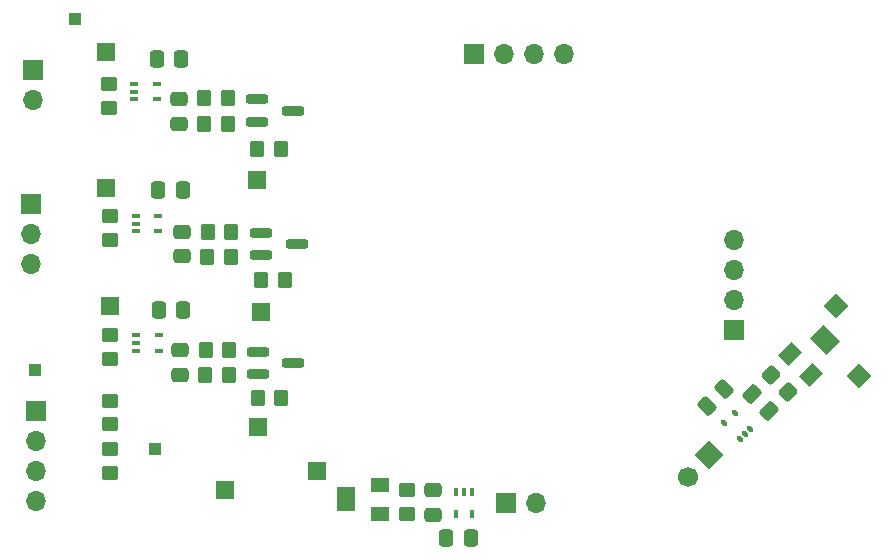
<source format=gbr>
%TF.GenerationSoftware,KiCad,Pcbnew,8.0.0-8.0.0-1~ubuntu20.04.1*%
%TF.CreationDate,2024-06-18T18:08:34-06:00*%
%TF.ProjectId,turbidometer,74757262-6964-46f6-9d65-7465722e6b69,rev?*%
%TF.SameCoordinates,Original*%
%TF.FileFunction,Soldermask,Top*%
%TF.FilePolarity,Negative*%
%FSLAX46Y46*%
G04 Gerber Fmt 4.6, Leading zero omitted, Abs format (unit mm)*
G04 Created by KiCad (PCBNEW 8.0.0-8.0.0-1~ubuntu20.04.1) date 2024-06-18 18:08:34*
%MOMM*%
%LPD*%
G01*
G04 APERTURE LIST*
G04 Aperture macros list*
%AMRoundRect*
0 Rectangle with rounded corners*
0 $1 Rounding radius*
0 $2 $3 $4 $5 $6 $7 $8 $9 X,Y pos of 4 corners*
0 Add a 4 corners polygon primitive as box body*
4,1,4,$2,$3,$4,$5,$6,$7,$8,$9,$2,$3,0*
0 Add four circle primitives for the rounded corners*
1,1,$1+$1,$2,$3*
1,1,$1+$1,$4,$5*
1,1,$1+$1,$6,$7*
1,1,$1+$1,$8,$9*
0 Add four rect primitives between the rounded corners*
20,1,$1+$1,$2,$3,$4,$5,0*
20,1,$1+$1,$4,$5,$6,$7,0*
20,1,$1+$1,$6,$7,$8,$9,0*
20,1,$1+$1,$8,$9,$2,$3,0*%
%AMHorizOval*
0 Thick line with rounded ends*
0 $1 width*
0 $2 $3 position (X,Y) of the first rounded end (center of the circle)*
0 $4 $5 position (X,Y) of the second rounded end (center of the circle)*
0 Add line between two ends*
20,1,$1,$2,$3,$4,$5,0*
0 Add two circle primitives to create the rounded ends*
1,1,$1,$2,$3*
1,1,$1,$4,$5*%
%AMRotRect*
0 Rectangle, with rotation*
0 The origin of the aperture is its center*
0 $1 length*
0 $2 width*
0 $3 Rotation angle, in degrees counterclockwise*
0 Add horizontal line*
21,1,$1,$2,0,0,$3*%
G04 Aperture macros list end*
%ADD10RoundRect,0.250000X-0.475000X0.337500X-0.475000X-0.337500X0.475000X-0.337500X0.475000X0.337500X0*%
%ADD11RoundRect,0.200000X-0.750000X-0.200000X0.750000X-0.200000X0.750000X0.200000X-0.750000X0.200000X0*%
%ADD12RoundRect,0.250000X-0.350000X-0.450000X0.350000X-0.450000X0.350000X0.450000X-0.350000X0.450000X0*%
%ADD13RoundRect,0.250000X0.450000X-0.350000X0.450000X0.350000X-0.450000X0.350000X-0.450000X-0.350000X0*%
%ADD14RotRect,1.500000X1.500000X225.000000*%
%ADD15R,1.500000X1.500000*%
%ADD16RoundRect,0.250000X0.337500X0.475000X-0.337500X0.475000X-0.337500X-0.475000X0.337500X-0.475000X0*%
%ADD17RoundRect,0.100000X-0.225000X-0.100000X0.225000X-0.100000X0.225000X0.100000X-0.225000X0.100000X0*%
%ADD18RoundRect,0.250000X-0.565685X-0.070711X-0.070711X-0.565685X0.565685X0.070711X0.070711X0.565685X0*%
%ADD19RoundRect,0.250000X-0.337500X-0.475000X0.337500X-0.475000X0.337500X0.475000X-0.337500X0.475000X0*%
%ADD20R,1.700000X1.700000*%
%ADD21O,1.700000X1.700000*%
%ADD22RoundRect,0.250000X-0.450000X0.350000X-0.450000X-0.350000X0.450000X-0.350000X0.450000X0.350000X0*%
%ADD23R,1.000000X1.000000*%
%ADD24R,1.600000X1.300000*%
%ADD25R,1.600000X2.000000*%
%ADD26RoundRect,0.100000X-0.100000X0.225000X-0.100000X-0.225000X0.100000X-0.225000X0.100000X0.225000X0*%
%ADD27RoundRect,0.250000X0.350000X0.450000X-0.350000X0.450000X-0.350000X-0.450000X0.350000X-0.450000X0*%
%ADD28RoundRect,0.250000X0.574524X0.097227X0.097227X0.574524X-0.574524X-0.097227X-0.097227X-0.574524X0*%
%ADD29RoundRect,0.100000X0.229810X-0.088388X-0.088388X0.229810X-0.229810X0.088388X0.088388X-0.229810X0*%
%ADD30RoundRect,0.250000X0.097227X-0.574524X0.574524X-0.097227X-0.097227X0.574524X-0.574524X0.097227X0*%
%ADD31RotRect,1.300000X1.600000X135.000000*%
%ADD32RotRect,2.000000X1.600000X135.000000*%
%ADD33RotRect,1.700000X1.700000X135.000000*%
%ADD34HorizOval,1.700000X0.000000X0.000000X0.000000X0.000000X0*%
G04 APERTURE END LIST*
D10*
%TO.C,C9*%
X164330000Y-113215000D03*
X164330000Y-115290000D03*
%TD*%
D11*
%TO.C,Q1*%
X149440000Y-80140000D03*
X149440000Y-82040000D03*
X152440000Y-81090000D03*
%TD*%
D12*
%TO.C,R8*%
X149760000Y-95420000D03*
X151760000Y-95420000D03*
%TD*%
D13*
%TO.C,R11*%
X162100000Y-115240000D03*
X162100000Y-113240000D03*
%TD*%
D14*
%TO.C,RG2*%
X198410000Y-97650000D03*
%TD*%
D15*
%TO.C,LED0*%
X149440000Y-86960000D03*
%TD*%
D16*
%TO.C,C5*%
X167530000Y-117280000D03*
X165455000Y-117280000D03*
%TD*%
D17*
%TO.C,U3*%
X139040000Y-78835000D03*
X139040000Y-79485000D03*
X139040000Y-80135000D03*
X140940000Y-80135000D03*
X140940000Y-78835000D03*
%TD*%
%TO.C,U7*%
X139180000Y-100100000D03*
X139180000Y-100750000D03*
X139180000Y-101400000D03*
X141080000Y-101400000D03*
X141080000Y-100100000D03*
%TD*%
D15*
%TO.C,VREF2*%
X137010000Y-97610000D03*
%TD*%
%TO.C,VREF1*%
X136670000Y-87620000D03*
%TD*%
%TO.C,LED1*%
X149770000Y-98130000D03*
%TD*%
D14*
%TO.C,RG3*%
X200420000Y-103520000D03*
%TD*%
D18*
%TO.C,R12*%
X192945793Y-103496490D03*
X194360007Y-104910704D03*
%TD*%
D19*
%TO.C,C14*%
X141095000Y-97990000D03*
X143170000Y-97990000D03*
%TD*%
D12*
%TO.C,R16*%
X149490000Y-105460000D03*
X151490000Y-105460000D03*
%TD*%
D20*
%TO.C,J4*%
X130310000Y-88990000D03*
D21*
X130310000Y-91530000D03*
X130310000Y-94070000D03*
%TD*%
D15*
%TO.C,VREF0*%
X136640000Y-76130000D03*
%TD*%
D19*
%TO.C,C2*%
X140940000Y-76710000D03*
X143015000Y-76710000D03*
%TD*%
D20*
%TO.C,J3*%
X130460000Y-77640000D03*
D21*
X130460000Y-80180000D03*
%TD*%
D22*
%TO.C,R9*%
X136950000Y-105640000D03*
X136950000Y-107640000D03*
%TD*%
D23*
%TO.C,TP2*%
X130660000Y-103010000D03*
%TD*%
D24*
%TO.C,RV1*%
X159870000Y-115260000D03*
D25*
X156970000Y-114010000D03*
D24*
X159870000Y-112760000D03*
%TD*%
D11*
%TO.C,Q3*%
X149480000Y-101490000D03*
X149480000Y-103390000D03*
X152480000Y-102440000D03*
%TD*%
D26*
%TO.C,U5*%
X167600000Y-113360000D03*
X166950000Y-113360000D03*
X166300000Y-113360000D03*
X166300000Y-115260000D03*
X167600000Y-115260000D03*
%TD*%
D27*
%TO.C,R2*%
X146970000Y-80050000D03*
X144970000Y-80050000D03*
%TD*%
D15*
%TO.C,LED2*%
X149520000Y-107910000D03*
%TD*%
D22*
%TO.C,R13*%
X137012500Y-100102500D03*
X137012500Y-102102500D03*
%TD*%
D27*
%TO.C,R14*%
X147060000Y-101380000D03*
X145060000Y-101380000D03*
%TD*%
%TO.C,R7*%
X147220000Y-93470000D03*
X145220000Y-93470000D03*
%TD*%
%TO.C,R6*%
X147230000Y-91360000D03*
X145230000Y-91360000D03*
%TD*%
D10*
%TO.C,C8*%
X143040000Y-91355000D03*
X143040000Y-93430000D03*
%TD*%
%TO.C,C13*%
X142900000Y-101390000D03*
X142900000Y-103465000D03*
%TD*%
D23*
%TO.C,TP1*%
X133990000Y-73370000D03*
%TD*%
D20*
%TO.C,J1*%
X130670000Y-106520000D03*
D21*
X130670000Y-109060000D03*
X130670000Y-111600000D03*
X130670000Y-114140000D03*
%TD*%
D10*
%TO.C,C7*%
X142840000Y-80145000D03*
X142840000Y-82220000D03*
%TD*%
D28*
%TO.C,C12*%
X192776087Y-106522907D03*
X191308841Y-105055661D03*
%TD*%
D22*
%TO.C,R10*%
X136950000Y-109750000D03*
X136950000Y-111750000D03*
%TD*%
D23*
%TO.C,Vbias*%
X140790000Y-109730000D03*
%TD*%
D17*
%TO.C,U4*%
X139170000Y-90020000D03*
X139170000Y-90670000D03*
X139170000Y-91320000D03*
X141070000Y-91320000D03*
X141070000Y-90020000D03*
%TD*%
D29*
%TO.C,U6*%
X190280000Y-108920000D03*
X190739619Y-108460380D03*
X191199239Y-108000761D03*
X189855736Y-106657258D03*
X188936497Y-107576497D03*
%TD*%
D12*
%TO.C,R3*%
X149420000Y-84330000D03*
X151420000Y-84330000D03*
%TD*%
D30*
%TO.C,C6*%
X187500000Y-106100000D03*
X188967246Y-104632754D03*
%TD*%
D27*
%TO.C,R4*%
X146940000Y-82240000D03*
X144940000Y-82240000D03*
%TD*%
%TO.C,R15*%
X147050000Y-103490000D03*
X145050000Y-103490000D03*
%TD*%
D31*
%TO.C,RV2*%
X194586281Y-101672155D03*
D32*
X197520774Y-100505429D03*
D31*
X196354048Y-103439922D03*
%TD*%
D15*
%TO.C,RG0*%
X146720000Y-113210000D03*
%TD*%
D11*
%TO.C,Q2*%
X149777500Y-91450000D03*
X149777500Y-93350000D03*
X152777500Y-92400000D03*
%TD*%
D15*
%TO.C,RG1*%
X154500000Y-111570000D03*
%TD*%
D22*
%TO.C,R1*%
X136890000Y-78840000D03*
X136890000Y-80840000D03*
%TD*%
%TO.C,R5*%
X136960000Y-90050000D03*
X136960000Y-92050000D03*
%TD*%
D19*
%TO.C,C3*%
X141070000Y-87790000D03*
X143145000Y-87790000D03*
%TD*%
D20*
%TO.C,J7*%
X170480000Y-114350000D03*
D21*
X173020000Y-114350000D03*
%TD*%
D33*
%TO.C,J2*%
X187686051Y-110283949D03*
D34*
X185890000Y-112080000D03*
%TD*%
D20*
%TO.C,J5*%
X167770000Y-76280000D03*
D21*
X170310000Y-76280000D03*
X172850000Y-76280000D03*
X175390000Y-76280000D03*
%TD*%
D20*
%TO.C,J6*%
X189830000Y-99630000D03*
D21*
X189830000Y-97090000D03*
X189830000Y-94550000D03*
X189830000Y-92010000D03*
%TD*%
M02*

</source>
